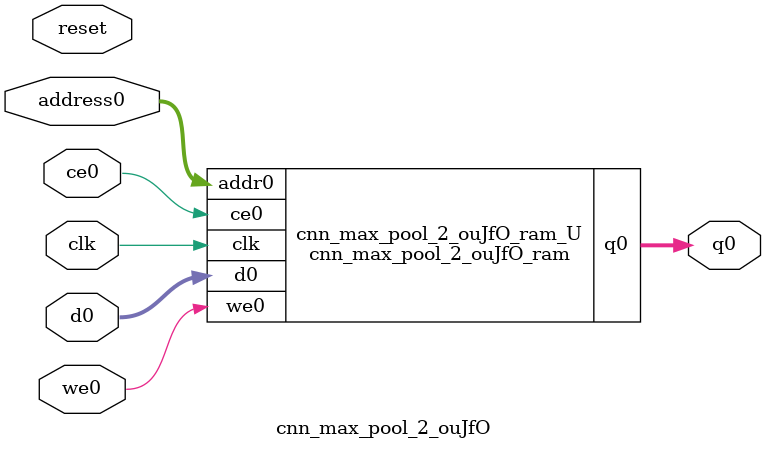
<source format=v>
`timescale 1 ns / 1 ps
module cnn_max_pool_2_ouJfO_ram (addr0, ce0, d0, we0, q0,  clk);

parameter DWIDTH = 14;
parameter AWIDTH = 9;
parameter MEM_SIZE = 400;

input[AWIDTH-1:0] addr0;
input ce0;
input[DWIDTH-1:0] d0;
input we0;
output reg[DWIDTH-1:0] q0;
input clk;

(* ram_style = "block" *)reg [DWIDTH-1:0] ram[0:MEM_SIZE-1];




always @(posedge clk)  
begin 
    if (ce0) 
    begin
        if (we0) 
        begin 
            ram[addr0] <= d0; 
        end 
        q0 <= ram[addr0];
    end
end


endmodule

`timescale 1 ns / 1 ps
module cnn_max_pool_2_ouJfO(
    reset,
    clk,
    address0,
    ce0,
    we0,
    d0,
    q0);

parameter DataWidth = 32'd14;
parameter AddressRange = 32'd400;
parameter AddressWidth = 32'd9;
input reset;
input clk;
input[AddressWidth - 1:0] address0;
input ce0;
input we0;
input[DataWidth - 1:0] d0;
output[DataWidth - 1:0] q0;



cnn_max_pool_2_ouJfO_ram cnn_max_pool_2_ouJfO_ram_U(
    .clk( clk ),
    .addr0( address0 ),
    .ce0( ce0 ),
    .we0( we0 ),
    .d0( d0 ),
    .q0( q0 ));

endmodule


</source>
